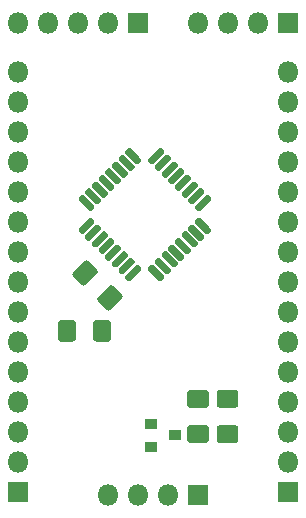
<source format=gbr>
%TF.GenerationSoftware,KiCad,Pcbnew,(5.1.6)-1*%
%TF.CreationDate,2021-02-23T14:27:08+01:00*%
%TF.ProjectId,STM32G030K8T6_Board,53544d33-3247-4303-9330-4b3854365f42,rev?*%
%TF.SameCoordinates,Original*%
%TF.FileFunction,Soldermask,Top*%
%TF.FilePolarity,Negative*%
%FSLAX46Y46*%
G04 Gerber Fmt 4.6, Leading zero omitted, Abs format (unit mm)*
G04 Created by KiCad (PCBNEW (5.1.6)-1) date 2021-02-23 14:27:08*
%MOMM*%
%LPD*%
G01*
G04 APERTURE LIST*
%ADD10R,1.800000X1.800000*%
%ADD11O,1.800000X1.800000*%
%ADD12R,1.000000X0.900000*%
G04 APERTURE END LIST*
D10*
%TO.C,J4*%
X111760000Y-78740000D03*
D11*
X111760000Y-76200000D03*
X111760000Y-73660000D03*
X111760000Y-71120000D03*
X111760000Y-68580000D03*
X111760000Y-66040000D03*
X111760000Y-63500000D03*
X111760000Y-60960000D03*
X111760000Y-58420000D03*
X111760000Y-55880000D03*
X111760000Y-53340000D03*
X111760000Y-50800000D03*
X111760000Y-48260000D03*
X111760000Y-45720000D03*
X111760000Y-43180000D03*
%TD*%
%TO.C,C4*%
G36*
G01*
X130157456Y-71625000D02*
X128842544Y-71625000D01*
G75*
G02*
X128575000Y-71357456I0J267544D01*
G01*
X128575000Y-70367544D01*
G75*
G02*
X128842544Y-70100000I267544J0D01*
G01*
X130157456Y-70100000D01*
G75*
G02*
X130425000Y-70367544I0J-267544D01*
G01*
X130425000Y-71357456D01*
G75*
G02*
X130157456Y-71625000I-267544J0D01*
G01*
G37*
G36*
G01*
X130157456Y-74600000D02*
X128842544Y-74600000D01*
G75*
G02*
X128575000Y-74332456I0J267544D01*
G01*
X128575000Y-73342544D01*
G75*
G02*
X128842544Y-73075000I267544J0D01*
G01*
X130157456Y-73075000D01*
G75*
G02*
X130425000Y-73342544I0J-267544D01*
G01*
X130425000Y-74332456D01*
G75*
G02*
X130157456Y-74600000I-267544J0D01*
G01*
G37*
%TD*%
%TO.C,C6*%
G36*
G01*
X116444118Y-60123902D02*
X117373902Y-59194119D01*
G75*
G02*
X117752266Y-59194119I189182J-189182D01*
G01*
X118452239Y-59894092D01*
G75*
G02*
X118452239Y-60272456I-189182J-189182D01*
G01*
X117522456Y-61202239D01*
G75*
G02*
X117144092Y-61202239I-189182J189182D01*
G01*
X116444119Y-60502266D01*
G75*
G02*
X116444119Y-60123902I189182J189182D01*
G01*
G37*
G36*
G01*
X118547760Y-62227544D02*
X119477544Y-61297761D01*
G75*
G02*
X119855908Y-61297761I189182J-189182D01*
G01*
X120555881Y-61997734D01*
G75*
G02*
X120555881Y-62376098I-189182J-189182D01*
G01*
X119626098Y-63305881D01*
G75*
G02*
X119247734Y-63305881I-189182J189182D01*
G01*
X118547761Y-62605908D01*
G75*
G02*
X118547761Y-62227544I189182J189182D01*
G01*
G37*
%TD*%
D10*
%TO.C,J1*%
X134620000Y-78740000D03*
D11*
X134620000Y-76200000D03*
X134620000Y-73660000D03*
X134620000Y-71120000D03*
X134620000Y-68580000D03*
X134620000Y-66040000D03*
X134620000Y-63500000D03*
X134620000Y-60960000D03*
X134620000Y-58420000D03*
X134620000Y-55880000D03*
X134620000Y-53340000D03*
X134620000Y-50800000D03*
X134620000Y-48260000D03*
X134620000Y-45720000D03*
X134620000Y-43180000D03*
%TD*%
D10*
%TO.C,J2*%
X134620000Y-39000000D03*
D11*
X132080000Y-39000000D03*
X129540000Y-39000000D03*
X127000000Y-39000000D03*
%TD*%
D10*
%TO.C,J3*%
X121920000Y-39000000D03*
D11*
X119380000Y-39000000D03*
X116840000Y-39000000D03*
X114300000Y-39000000D03*
X111760000Y-39000000D03*
%TD*%
%TO.C,J5*%
X119380000Y-79000000D03*
X121920000Y-79000000D03*
X124460000Y-79000000D03*
D10*
X127000000Y-79000000D03*
%TD*%
D12*
%TO.C,Q1*%
X123050000Y-73000000D03*
X123050000Y-74900000D03*
X125050000Y-73950000D03*
%TD*%
%TO.C,R1*%
G36*
G01*
X127657456Y-74600000D02*
X126342544Y-74600000D01*
G75*
G02*
X126075000Y-74332456I0J267544D01*
G01*
X126075000Y-73342544D01*
G75*
G02*
X126342544Y-73075000I267544J0D01*
G01*
X127657456Y-73075000D01*
G75*
G02*
X127925000Y-73342544I0J-267544D01*
G01*
X127925000Y-74332456D01*
G75*
G02*
X127657456Y-74600000I-267544J0D01*
G01*
G37*
G36*
G01*
X127657456Y-71625000D02*
X126342544Y-71625000D01*
G75*
G02*
X126075000Y-71357456I0J267544D01*
G01*
X126075000Y-70367544D01*
G75*
G02*
X126342544Y-70100000I267544J0D01*
G01*
X127657456Y-70100000D01*
G75*
G02*
X127925000Y-70367544I0J-267544D01*
G01*
X127925000Y-71357456D01*
G75*
G02*
X127657456Y-71625000I-267544J0D01*
G01*
G37*
%TD*%
%TO.C,U1*%
G36*
G01*
X117108311Y-56894023D02*
X116896179Y-56681891D01*
G75*
G02*
X116896179Y-56469759I106066J106066D01*
G01*
X117815417Y-55550521D01*
G75*
G02*
X118027549Y-55550521I106066J-106066D01*
G01*
X118239681Y-55762653D01*
G75*
G02*
X118239681Y-55974785I-106066J-106066D01*
G01*
X117320443Y-56894023D01*
G75*
G02*
X117108311Y-56894023I-106066J106066D01*
G01*
G37*
G36*
G01*
X117673997Y-57459708D02*
X117461865Y-57247576D01*
G75*
G02*
X117461865Y-57035444I106066J106066D01*
G01*
X118381103Y-56116206D01*
G75*
G02*
X118593235Y-56116206I106066J-106066D01*
G01*
X118805367Y-56328338D01*
G75*
G02*
X118805367Y-56540470I-106066J-106066D01*
G01*
X117886129Y-57459708D01*
G75*
G02*
X117673997Y-57459708I-106066J106066D01*
G01*
G37*
G36*
G01*
X118239682Y-58025394D02*
X118027550Y-57813262D01*
G75*
G02*
X118027550Y-57601130I106066J106066D01*
G01*
X118946788Y-56681892D01*
G75*
G02*
X119158920Y-56681892I106066J-106066D01*
G01*
X119371052Y-56894024D01*
G75*
G02*
X119371052Y-57106156I-106066J-106066D01*
G01*
X118451814Y-58025394D01*
G75*
G02*
X118239682Y-58025394I-106066J106066D01*
G01*
G37*
G36*
G01*
X118805367Y-58591079D02*
X118593235Y-58378947D01*
G75*
G02*
X118593235Y-58166815I106066J106066D01*
G01*
X119512473Y-57247577D01*
G75*
G02*
X119724605Y-57247577I106066J-106066D01*
G01*
X119936737Y-57459709D01*
G75*
G02*
X119936737Y-57671841I-106066J-106066D01*
G01*
X119017499Y-58591079D01*
G75*
G02*
X118805367Y-58591079I-106066J106066D01*
G01*
G37*
G36*
G01*
X119371053Y-59156765D02*
X119158921Y-58944633D01*
G75*
G02*
X119158921Y-58732501I106066J106066D01*
G01*
X120078159Y-57813263D01*
G75*
G02*
X120290291Y-57813263I106066J-106066D01*
G01*
X120502423Y-58025395D01*
G75*
G02*
X120502423Y-58237527I-106066J-106066D01*
G01*
X119583185Y-59156765D01*
G75*
G02*
X119371053Y-59156765I-106066J106066D01*
G01*
G37*
G36*
G01*
X119936738Y-59722450D02*
X119724606Y-59510318D01*
G75*
G02*
X119724606Y-59298186I106066J106066D01*
G01*
X120643844Y-58378948D01*
G75*
G02*
X120855976Y-58378948I106066J-106066D01*
G01*
X121068108Y-58591080D01*
G75*
G02*
X121068108Y-58803212I-106066J-106066D01*
G01*
X120148870Y-59722450D01*
G75*
G02*
X119936738Y-59722450I-106066J106066D01*
G01*
G37*
G36*
G01*
X120502424Y-60288135D02*
X120290292Y-60076003D01*
G75*
G02*
X120290292Y-59863871I106066J106066D01*
G01*
X121209530Y-58944633D01*
G75*
G02*
X121421662Y-58944633I106066J-106066D01*
G01*
X121633794Y-59156765D01*
G75*
G02*
X121633794Y-59368897I-106066J-106066D01*
G01*
X120714556Y-60288135D01*
G75*
G02*
X120502424Y-60288135I-106066J106066D01*
G01*
G37*
G36*
G01*
X121068109Y-60853821D02*
X120855977Y-60641689D01*
G75*
G02*
X120855977Y-60429557I106066J106066D01*
G01*
X121775215Y-59510319D01*
G75*
G02*
X121987347Y-59510319I106066J-106066D01*
G01*
X122199479Y-59722451D01*
G75*
G02*
X122199479Y-59934583I-106066J-106066D01*
G01*
X121280241Y-60853821D01*
G75*
G02*
X121068109Y-60853821I-106066J106066D01*
G01*
G37*
G36*
G01*
X123719759Y-60853821D02*
X122800521Y-59934583D01*
G75*
G02*
X122800521Y-59722451I106066J106066D01*
G01*
X123012653Y-59510319D01*
G75*
G02*
X123224785Y-59510319I106066J-106066D01*
G01*
X124144023Y-60429557D01*
G75*
G02*
X124144023Y-60641689I-106066J-106066D01*
G01*
X123931891Y-60853821D01*
G75*
G02*
X123719759Y-60853821I-106066J106066D01*
G01*
G37*
G36*
G01*
X124285444Y-60288135D02*
X123366206Y-59368897D01*
G75*
G02*
X123366206Y-59156765I106066J106066D01*
G01*
X123578338Y-58944633D01*
G75*
G02*
X123790470Y-58944633I106066J-106066D01*
G01*
X124709708Y-59863871D01*
G75*
G02*
X124709708Y-60076003I-106066J-106066D01*
G01*
X124497576Y-60288135D01*
G75*
G02*
X124285444Y-60288135I-106066J106066D01*
G01*
G37*
G36*
G01*
X124851130Y-59722450D02*
X123931892Y-58803212D01*
G75*
G02*
X123931892Y-58591080I106066J106066D01*
G01*
X124144024Y-58378948D01*
G75*
G02*
X124356156Y-58378948I106066J-106066D01*
G01*
X125275394Y-59298186D01*
G75*
G02*
X125275394Y-59510318I-106066J-106066D01*
G01*
X125063262Y-59722450D01*
G75*
G02*
X124851130Y-59722450I-106066J106066D01*
G01*
G37*
G36*
G01*
X125416815Y-59156765D02*
X124497577Y-58237527D01*
G75*
G02*
X124497577Y-58025395I106066J106066D01*
G01*
X124709709Y-57813263D01*
G75*
G02*
X124921841Y-57813263I106066J-106066D01*
G01*
X125841079Y-58732501D01*
G75*
G02*
X125841079Y-58944633I-106066J-106066D01*
G01*
X125628947Y-59156765D01*
G75*
G02*
X125416815Y-59156765I-106066J106066D01*
G01*
G37*
G36*
G01*
X125982501Y-58591079D02*
X125063263Y-57671841D01*
G75*
G02*
X125063263Y-57459709I106066J106066D01*
G01*
X125275395Y-57247577D01*
G75*
G02*
X125487527Y-57247577I106066J-106066D01*
G01*
X126406765Y-58166815D01*
G75*
G02*
X126406765Y-58378947I-106066J-106066D01*
G01*
X126194633Y-58591079D01*
G75*
G02*
X125982501Y-58591079I-106066J106066D01*
G01*
G37*
G36*
G01*
X126548186Y-58025394D02*
X125628948Y-57106156D01*
G75*
G02*
X125628948Y-56894024I106066J106066D01*
G01*
X125841080Y-56681892D01*
G75*
G02*
X126053212Y-56681892I106066J-106066D01*
G01*
X126972450Y-57601130D01*
G75*
G02*
X126972450Y-57813262I-106066J-106066D01*
G01*
X126760318Y-58025394D01*
G75*
G02*
X126548186Y-58025394I-106066J106066D01*
G01*
G37*
G36*
G01*
X127113871Y-57459708D02*
X126194633Y-56540470D01*
G75*
G02*
X126194633Y-56328338I106066J106066D01*
G01*
X126406765Y-56116206D01*
G75*
G02*
X126618897Y-56116206I106066J-106066D01*
G01*
X127538135Y-57035444D01*
G75*
G02*
X127538135Y-57247576I-106066J-106066D01*
G01*
X127326003Y-57459708D01*
G75*
G02*
X127113871Y-57459708I-106066J106066D01*
G01*
G37*
G36*
G01*
X127679557Y-56894023D02*
X126760319Y-55974785D01*
G75*
G02*
X126760319Y-55762653I106066J106066D01*
G01*
X126972451Y-55550521D01*
G75*
G02*
X127184583Y-55550521I106066J-106066D01*
G01*
X128103821Y-56469759D01*
G75*
G02*
X128103821Y-56681891I-106066J-106066D01*
G01*
X127891689Y-56894023D01*
G75*
G02*
X127679557Y-56894023I-106066J106066D01*
G01*
G37*
G36*
G01*
X126972451Y-54949479D02*
X126760319Y-54737347D01*
G75*
G02*
X126760319Y-54525215I106066J106066D01*
G01*
X127679557Y-53605977D01*
G75*
G02*
X127891689Y-53605977I106066J-106066D01*
G01*
X128103821Y-53818109D01*
G75*
G02*
X128103821Y-54030241I-106066J-106066D01*
G01*
X127184583Y-54949479D01*
G75*
G02*
X126972451Y-54949479I-106066J106066D01*
G01*
G37*
G36*
G01*
X126406765Y-54383794D02*
X126194633Y-54171662D01*
G75*
G02*
X126194633Y-53959530I106066J106066D01*
G01*
X127113871Y-53040292D01*
G75*
G02*
X127326003Y-53040292I106066J-106066D01*
G01*
X127538135Y-53252424D01*
G75*
G02*
X127538135Y-53464556I-106066J-106066D01*
G01*
X126618897Y-54383794D01*
G75*
G02*
X126406765Y-54383794I-106066J106066D01*
G01*
G37*
G36*
G01*
X125841080Y-53818108D02*
X125628948Y-53605976D01*
G75*
G02*
X125628948Y-53393844I106066J106066D01*
G01*
X126548186Y-52474606D01*
G75*
G02*
X126760318Y-52474606I106066J-106066D01*
G01*
X126972450Y-52686738D01*
G75*
G02*
X126972450Y-52898870I-106066J-106066D01*
G01*
X126053212Y-53818108D01*
G75*
G02*
X125841080Y-53818108I-106066J106066D01*
G01*
G37*
G36*
G01*
X125275395Y-53252423D02*
X125063263Y-53040291D01*
G75*
G02*
X125063263Y-52828159I106066J106066D01*
G01*
X125982501Y-51908921D01*
G75*
G02*
X126194633Y-51908921I106066J-106066D01*
G01*
X126406765Y-52121053D01*
G75*
G02*
X126406765Y-52333185I-106066J-106066D01*
G01*
X125487527Y-53252423D01*
G75*
G02*
X125275395Y-53252423I-106066J106066D01*
G01*
G37*
G36*
G01*
X124709709Y-52686737D02*
X124497577Y-52474605D01*
G75*
G02*
X124497577Y-52262473I106066J106066D01*
G01*
X125416815Y-51343235D01*
G75*
G02*
X125628947Y-51343235I106066J-106066D01*
G01*
X125841079Y-51555367D01*
G75*
G02*
X125841079Y-51767499I-106066J-106066D01*
G01*
X124921841Y-52686737D01*
G75*
G02*
X124709709Y-52686737I-106066J106066D01*
G01*
G37*
G36*
G01*
X124144024Y-52121052D02*
X123931892Y-51908920D01*
G75*
G02*
X123931892Y-51696788I106066J106066D01*
G01*
X124851130Y-50777550D01*
G75*
G02*
X125063262Y-50777550I106066J-106066D01*
G01*
X125275394Y-50989682D01*
G75*
G02*
X125275394Y-51201814I-106066J-106066D01*
G01*
X124356156Y-52121052D01*
G75*
G02*
X124144024Y-52121052I-106066J106066D01*
G01*
G37*
G36*
G01*
X123578338Y-51555367D02*
X123366206Y-51343235D01*
G75*
G02*
X123366206Y-51131103I106066J106066D01*
G01*
X124285444Y-50211865D01*
G75*
G02*
X124497576Y-50211865I106066J-106066D01*
G01*
X124709708Y-50423997D01*
G75*
G02*
X124709708Y-50636129I-106066J-106066D01*
G01*
X123790470Y-51555367D01*
G75*
G02*
X123578338Y-51555367I-106066J106066D01*
G01*
G37*
G36*
G01*
X123012653Y-50989681D02*
X122800521Y-50777549D01*
G75*
G02*
X122800521Y-50565417I106066J106066D01*
G01*
X123719759Y-49646179D01*
G75*
G02*
X123931891Y-49646179I106066J-106066D01*
G01*
X124144023Y-49858311D01*
G75*
G02*
X124144023Y-50070443I-106066J-106066D01*
G01*
X123224785Y-50989681D01*
G75*
G02*
X123012653Y-50989681I-106066J106066D01*
G01*
G37*
G36*
G01*
X121775215Y-50989681D02*
X120855977Y-50070443D01*
G75*
G02*
X120855977Y-49858311I106066J106066D01*
G01*
X121068109Y-49646179D01*
G75*
G02*
X121280241Y-49646179I106066J-106066D01*
G01*
X122199479Y-50565417D01*
G75*
G02*
X122199479Y-50777549I-106066J-106066D01*
G01*
X121987347Y-50989681D01*
G75*
G02*
X121775215Y-50989681I-106066J106066D01*
G01*
G37*
G36*
G01*
X121209530Y-51555367D02*
X120290292Y-50636129D01*
G75*
G02*
X120290292Y-50423997I106066J106066D01*
G01*
X120502424Y-50211865D01*
G75*
G02*
X120714556Y-50211865I106066J-106066D01*
G01*
X121633794Y-51131103D01*
G75*
G02*
X121633794Y-51343235I-106066J-106066D01*
G01*
X121421662Y-51555367D01*
G75*
G02*
X121209530Y-51555367I-106066J106066D01*
G01*
G37*
G36*
G01*
X120643844Y-52121052D02*
X119724606Y-51201814D01*
G75*
G02*
X119724606Y-50989682I106066J106066D01*
G01*
X119936738Y-50777550D01*
G75*
G02*
X120148870Y-50777550I106066J-106066D01*
G01*
X121068108Y-51696788D01*
G75*
G02*
X121068108Y-51908920I-106066J-106066D01*
G01*
X120855976Y-52121052D01*
G75*
G02*
X120643844Y-52121052I-106066J106066D01*
G01*
G37*
G36*
G01*
X120078159Y-52686737D02*
X119158921Y-51767499D01*
G75*
G02*
X119158921Y-51555367I106066J106066D01*
G01*
X119371053Y-51343235D01*
G75*
G02*
X119583185Y-51343235I106066J-106066D01*
G01*
X120502423Y-52262473D01*
G75*
G02*
X120502423Y-52474605I-106066J-106066D01*
G01*
X120290291Y-52686737D01*
G75*
G02*
X120078159Y-52686737I-106066J106066D01*
G01*
G37*
G36*
G01*
X119512473Y-53252423D02*
X118593235Y-52333185D01*
G75*
G02*
X118593235Y-52121053I106066J106066D01*
G01*
X118805367Y-51908921D01*
G75*
G02*
X119017499Y-51908921I106066J-106066D01*
G01*
X119936737Y-52828159D01*
G75*
G02*
X119936737Y-53040291I-106066J-106066D01*
G01*
X119724605Y-53252423D01*
G75*
G02*
X119512473Y-53252423I-106066J106066D01*
G01*
G37*
G36*
G01*
X118946788Y-53818108D02*
X118027550Y-52898870D01*
G75*
G02*
X118027550Y-52686738I106066J106066D01*
G01*
X118239682Y-52474606D01*
G75*
G02*
X118451814Y-52474606I106066J-106066D01*
G01*
X119371052Y-53393844D01*
G75*
G02*
X119371052Y-53605976I-106066J-106066D01*
G01*
X119158920Y-53818108D01*
G75*
G02*
X118946788Y-53818108I-106066J106066D01*
G01*
G37*
G36*
G01*
X118381103Y-54383794D02*
X117461865Y-53464556D01*
G75*
G02*
X117461865Y-53252424I106066J106066D01*
G01*
X117673997Y-53040292D01*
G75*
G02*
X117886129Y-53040292I106066J-106066D01*
G01*
X118805367Y-53959530D01*
G75*
G02*
X118805367Y-54171662I-106066J-106066D01*
G01*
X118593235Y-54383794D01*
G75*
G02*
X118381103Y-54383794I-106066J106066D01*
G01*
G37*
G36*
G01*
X117815417Y-54949479D02*
X116896179Y-54030241D01*
G75*
G02*
X116896179Y-53818109I106066J106066D01*
G01*
X117108311Y-53605977D01*
G75*
G02*
X117320443Y-53605977I106066J-106066D01*
G01*
X118239681Y-54525215D01*
G75*
G02*
X118239681Y-54737347I-106066J-106066D01*
G01*
X118027549Y-54949479D01*
G75*
G02*
X117815417Y-54949479I-106066J106066D01*
G01*
G37*
%TD*%
%TO.C,C2*%
G36*
G01*
X115150000Y-65757456D02*
X115150000Y-64442544D01*
G75*
G02*
X115417544Y-64175000I267544J0D01*
G01*
X116407456Y-64175000D01*
G75*
G02*
X116675000Y-64442544I0J-267544D01*
G01*
X116675000Y-65757456D01*
G75*
G02*
X116407456Y-66025000I-267544J0D01*
G01*
X115417544Y-66025000D01*
G75*
G02*
X115150000Y-65757456I0J267544D01*
G01*
G37*
G36*
G01*
X118125000Y-65757456D02*
X118125000Y-64442544D01*
G75*
G02*
X118392544Y-64175000I267544J0D01*
G01*
X119382456Y-64175000D01*
G75*
G02*
X119650000Y-64442544I0J-267544D01*
G01*
X119650000Y-65757456D01*
G75*
G02*
X119382456Y-66025000I-267544J0D01*
G01*
X118392544Y-66025000D01*
G75*
G02*
X118125000Y-65757456I0J267544D01*
G01*
G37*
%TD*%
M02*

</source>
